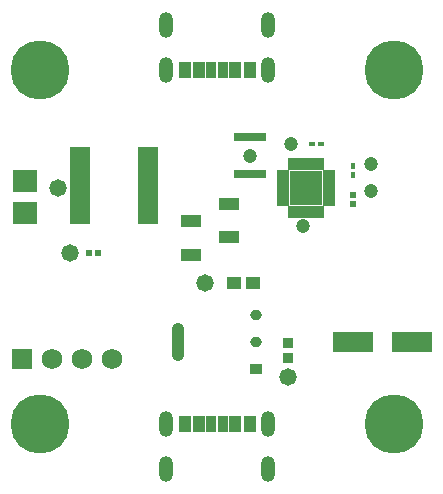
<source format=gts>
G04*
G04 #@! TF.GenerationSoftware,Altium Limited,Altium Designer,25.8.1 (18)*
G04*
G04 Layer_Color=8388736*
%FSLAX25Y25*%
%MOIN*%
G70*
G04*
G04 #@! TF.SameCoordinates,45097E57-D6D4-4368-9298-5D8CD2504E13*
G04*
G04*
G04 #@! TF.FilePolarity,Negative*
G04*
G01*
G75*
%ADD17R,0.01822X0.02182*%
%ADD18R,0.02182X0.01822*%
%ADD21R,0.01860X0.02029*%
%ADD24R,0.03568X0.03563*%
%ADD26R,0.10646X0.02965*%
%ADD27R,0.07890X0.07296*%
%ADD29R,0.03954X0.03434*%
%ADD30R,0.04758X0.03985*%
%ADD31R,0.02029X0.01860*%
%ADD32R,0.06741X0.04166*%
G04:AMPARAMS|DCode=33|XSize=39.54mil|YSize=34.34mil|CornerRadius=17.17mil|HoleSize=0mil|Usage=FLASHONLY|Rotation=180.000|XOffset=0mil|YOffset=0mil|HoleType=Round|Shape=RoundedRectangle|*
%AMROUNDEDRECTD33*
21,1,0.03954,0.00000,0,0,180.0*
21,1,0.00520,0.03434,0,0,180.0*
1,1,0.03434,-0.00260,0.00000*
1,1,0.03434,0.00260,0.00000*
1,1,0.03434,0.00260,0.00000*
1,1,0.03434,-0.00260,0.00000*
%
%ADD33ROUNDEDRECTD33*%
G04:AMPARAMS|DCode=34|XSize=39.54mil|YSize=125.28mil|CornerRadius=17.2mil|HoleSize=0mil|Usage=FLASHONLY|Rotation=180.000|XOffset=0mil|YOffset=0mil|HoleType=Round|Shape=RoundedRectangle|*
%AMROUNDEDRECTD34*
21,1,0.03954,0.09088,0,0,180.0*
21,1,0.00514,0.12528,0,0,180.0*
1,1,0.03440,-0.00257,0.04544*
1,1,0.03440,0.00257,0.04544*
1,1,0.03440,0.00257,-0.04544*
1,1,0.03440,-0.00257,-0.04544*
%
%ADD34ROUNDEDRECTD34*%
%ADD37R,0.02178X0.03950*%
%ADD38R,0.04147X0.02178*%
%ADD39R,0.11036X0.11430*%
%ADD40R,0.13398X0.07099*%
%ADD41R,0.04343X0.05328*%
%ADD42R,0.06706X0.02572*%
%ADD43R,0.03556X0.05328*%
%ADD44R,0.03950X0.05328*%
%ADD45O,0.04737X0.08674*%
%ADD46C,0.06902*%
%ADD47R,0.06902X0.06902*%
%ADD48C,0.05800*%
%ADD49C,0.19701*%
%ADD50C,0.04737*%
%ADD51C,0.02769*%
D17*
X124016Y105726D02*
D03*
Y102936D02*
D03*
D18*
X110399Y113189D02*
D03*
X113189D02*
D03*
D21*
X124016Y95979D02*
D03*
Y92998D02*
D03*
D24*
X102362Y41927D02*
D03*
Y46656D02*
D03*
D26*
X89567Y115453D02*
D03*
Y103051D02*
D03*
D27*
X14764Y100888D02*
D03*
Y90057D02*
D03*
D29*
X91713Y38228D02*
D03*
D30*
X84442Y66929D02*
D03*
X90755D02*
D03*
D31*
X35911Y76772D02*
D03*
X38892D02*
D03*
D32*
X82677Y81980D02*
D03*
X69882Y76075D02*
D03*
X82677Y93217D02*
D03*
X69882Y87311D02*
D03*
D33*
X91713Y47244D02*
D03*
Y56260D02*
D03*
D34*
X65768Y47244D02*
D03*
D37*
X103347Y106299D02*
D03*
Y90551D02*
D03*
X113189Y106299D02*
D03*
X111221D02*
D03*
X109252D02*
D03*
X107283D02*
D03*
X105315D02*
D03*
X113189Y90551D02*
D03*
X111221D02*
D03*
X109252D02*
D03*
X107283D02*
D03*
X105315D02*
D03*
D38*
X116043Y97441D02*
D03*
Y101378D02*
D03*
Y95472D02*
D03*
X100492Y103347D02*
D03*
Y101378D02*
D03*
Y99410D02*
D03*
Y97441D02*
D03*
Y95472D02*
D03*
Y93504D02*
D03*
X116043Y103347D02*
D03*
Y99410D02*
D03*
Y93504D02*
D03*
D39*
X108268Y98425D02*
D03*
D40*
X143701Y47244D02*
D03*
X124016D02*
D03*
D41*
X67913Y137795D02*
D03*
X89567D02*
D03*
Y19685D02*
D03*
X67913D02*
D03*
D42*
X32874Y95571D02*
D03*
Y90453D02*
D03*
Y110925D02*
D03*
Y108366D02*
D03*
Y105807D02*
D03*
Y103248D02*
D03*
Y100689D02*
D03*
Y98130D02*
D03*
Y93012D02*
D03*
Y87894D02*
D03*
X55709D02*
D03*
Y90453D02*
D03*
Y93012D02*
D03*
Y95571D02*
D03*
Y98130D02*
D03*
Y100689D02*
D03*
Y103248D02*
D03*
Y105807D02*
D03*
Y108366D02*
D03*
Y110925D02*
D03*
D43*
X80709Y137795D02*
D03*
X76772Y19685D02*
D03*
X80709D02*
D03*
X76772Y137795D02*
D03*
D44*
X84724Y19685D02*
D03*
X72756D02*
D03*
Y137795D02*
D03*
X84724D02*
D03*
D45*
X95748Y152776D02*
D03*
Y4705D02*
D03*
Y137815D02*
D03*
X61732Y152776D02*
D03*
Y137815D02*
D03*
X95748Y19665D02*
D03*
X61732Y4705D02*
D03*
Y19665D02*
D03*
D46*
X23622Y41339D02*
D03*
X33622D02*
D03*
X43622D02*
D03*
D47*
X13622D02*
D03*
D48*
X29528Y76772D02*
D03*
X102362Y35433D02*
D03*
X25591Y98425D02*
D03*
X74803Y66929D02*
D03*
D49*
X137795Y137795D02*
D03*
Y19685D02*
D03*
X19685Y137795D02*
D03*
Y19685D02*
D03*
D50*
X129921Y106299D02*
D03*
X103347Y113189D02*
D03*
X129921Y97441D02*
D03*
X107283Y85630D02*
D03*
X89567Y109252D02*
D03*
D51*
X110433Y100591D02*
D03*
X106102D02*
D03*
X110433Y96260D02*
D03*
X106102D02*
D03*
M02*

</source>
